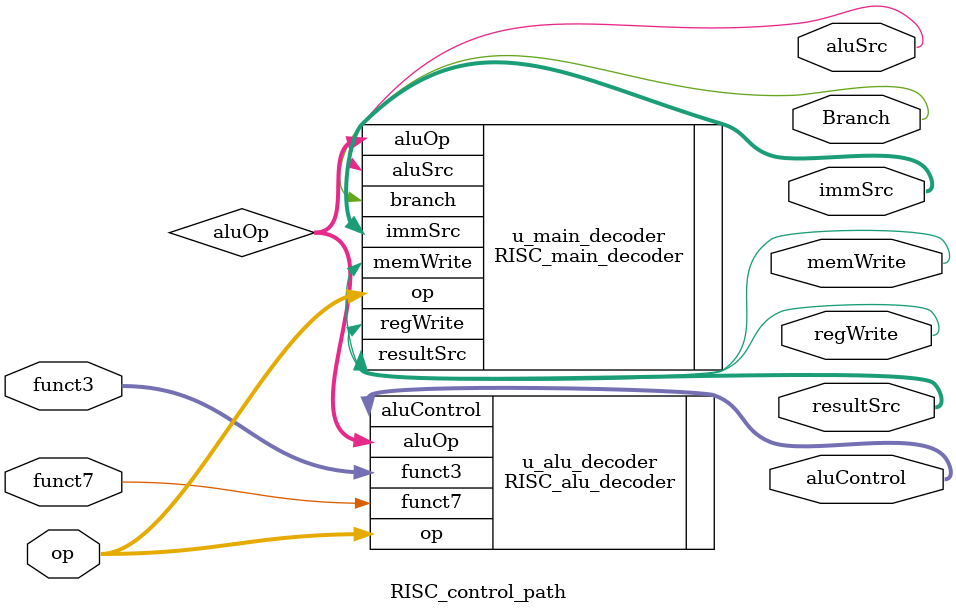
<source format=v>
module RISC_control_path(
input wire [6:0] op,
input wire [2:0] funct3,
input wire funct7,

output wire Branch,
output wire [1:0] resultSrc,
output wire memWrite,
output wire [2:0] aluControl,
output wire aluSrc,
output wire [1:0] immSrc,
output wire regWrite
);

wire [1:0] aluOp;

RISC_main_decoder u_main_decoder (
.op(op),

.branch(Branch),
.resultSrc(resultSrc),
.memWrite(memWrite),
.aluSrc(aluSrc),
.immSrc(immSrc),
.regWrite(regWrite),
.aluOp(aluOp)
);

RISC_alu_decoder u_alu_decoder (
.aluOp(aluOp),
.op(op),
.funct3(funct3),
.funct7(funct7),

.aluControl(aluControl)
);

endmodule

</source>
